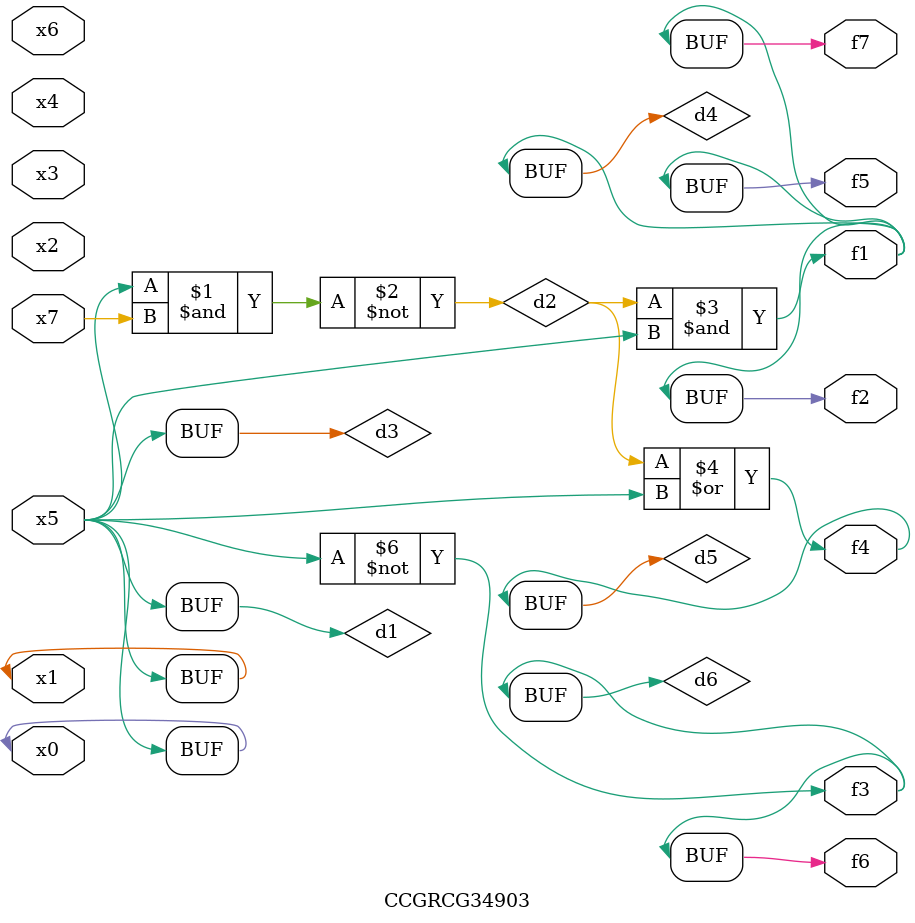
<source format=v>
module CCGRCG34903(
	input x0, x1, x2, x3, x4, x5, x6, x7,
	output f1, f2, f3, f4, f5, f6, f7
);

	wire d1, d2, d3, d4, d5, d6;

	buf (d1, x0, x5);
	nand (d2, x5, x7);
	buf (d3, x0, x1);
	and (d4, d2, d3);
	or (d5, d2, d3);
	nor (d6, d1, d3);
	assign f1 = d4;
	assign f2 = d4;
	assign f3 = d6;
	assign f4 = d5;
	assign f5 = d4;
	assign f6 = d6;
	assign f7 = d4;
endmodule

</source>
